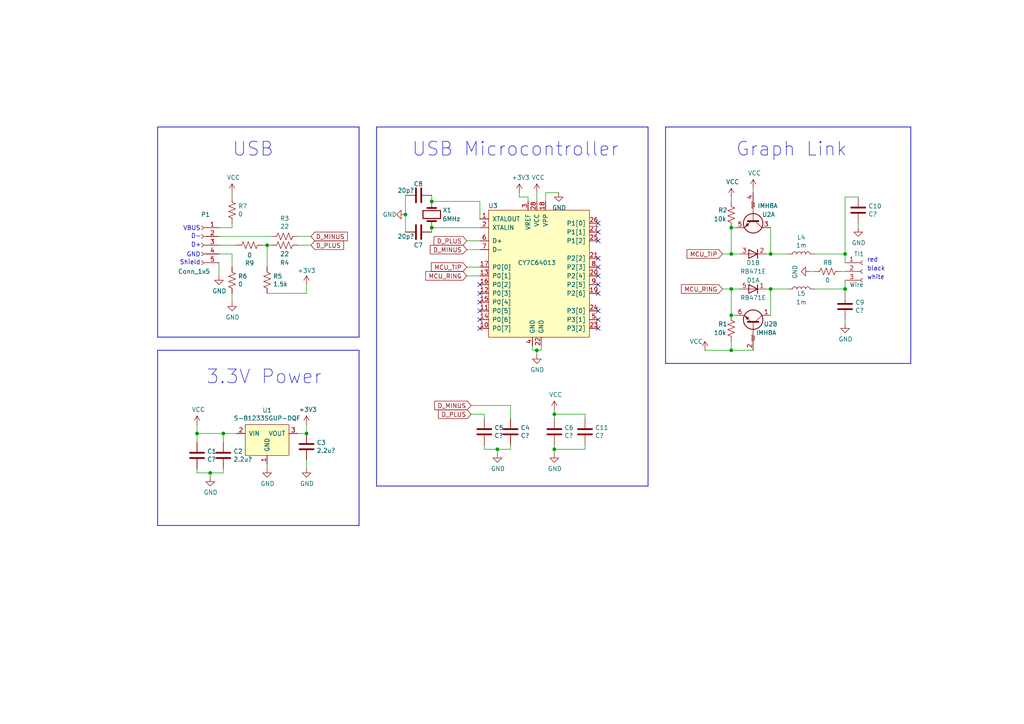
<source format=kicad_sch>
(kicad_sch (version 20230121) (generator eeschema)
  (paper "A4")
  (title_block (title "TI Silver Link \"A\"") (date "2021-03-07") (rev "1"))
  (lib_symbols
    (symbol "Connector:Conn_01x03_Female" (pin_names (offset 1.016) hide)
      (property "Reference" "J" (at 0 5.08 0))
      (property "Value" "Connector_Conn_01x03_Female" (at 0 -5.08 0))
      (symbol "Conn_01x03_Female_1_1"
        (arc (start 0 -2.032) (mid -0.5058 -2.54) (end 0 -3.048) (stroke (width 0.1524)))
        (polyline (pts (xy -1.27 -2.54) (xy -0.508 -2.54)) (stroke (width 0.1524)))
        (polyline (pts (xy -1.27 0) (xy -0.508 0)) (stroke (width 0.1524)))
        (polyline (pts (xy -1.27 2.54) (xy -0.508 2.54)) (stroke (width 0.1524)))
        (arc (start 0 0.508) (mid -0.5058 0) (end 0 -0.508) (stroke (width 0.1524)))
        (arc (start 0 3.048) (mid -0.5058 2.54) (end 0 2.032) (stroke (width 0.1524)))
        (pin passive line (at -5.08 2.54 0) (length 3.81) (name "Pin_1") (number "1"))
        (pin passive line (at -5.08 0 0) (length 3.81) (name "Pin_2") (number "2"))
        (pin passive line (at -5.08 -2.54 0) (length 3.81) (name "Pin_3") (number "3"))
      )
    )
    (symbol "Connector:Conn_01x05_Female" (pin_names (offset 1.016) hide)
      (property "Reference" "J" (at 0 7.62 0))
      (property "Value" "Connector_Conn_01x05_Female" (at 0 -7.62 0))
      (symbol "Conn_01x05_Female_1_1"
        (arc (start 0 -4.572) (mid -0.5058 -5.08) (end 0 -5.588) (stroke (width 0.1524)))
        (arc (start 0 -2.032) (mid -0.5058 -2.54) (end 0 -3.048) (stroke (width 0.1524)))
        (polyline (pts (xy -1.27 -5.08) (xy -0.508 -5.08)) (stroke (width 0.1524)))
        (polyline (pts (xy -1.27 -2.54) (xy -0.508 -2.54)) (stroke (width 0.1524)))
        (polyline (pts (xy -1.27 0) (xy -0.508 0)) (stroke (width 0.1524)))
        (polyline (pts (xy -1.27 2.54) (xy -0.508 2.54)) (stroke (width 0.1524)))
        (polyline (pts (xy -1.27 5.08) (xy -0.508 5.08)) (stroke (width 0.1524)))
        (arc (start 0 0.508) (mid -0.5058 0) (end 0 -0.508) (stroke (width 0.1524)))
        (arc (start 0 3.048) (mid -0.5058 2.54) (end 0 2.032) (stroke (width 0.1524)))
        (arc (start 0 5.588) (mid -0.5058 5.08) (end 0 4.572) (stroke (width 0.1524)))
        (pin passive line (at -5.08 5.08 0) (length 3.81) (name "Pin_1") (number "1"))
        (pin passive line (at -5.08 2.54 0) (length 3.81) (name "Pin_2") (number "2"))
        (pin passive line (at -5.08 0 0) (length 3.81) (name "Pin_3") (number "3"))
        (pin passive line (at -5.08 -2.54 0) (length 3.81) (name "Pin_4") (number "4"))
        (pin passive line (at -5.08 -5.08 0) (length 3.81) (name "Pin_5") (number "5"))
      )
    )
    (symbol "Device:C" (pin_numbers hide) (pin_names (offset 0.254))
      (property "Reference" "C" (at 0.635 2.54 0))
      (property "Value" "C" (at 0.635 -2.54 0))
      (symbol "C_0_1"
        (polyline (pts (xy -2.032 -0.762) (xy 2.032 -0.762)) (stroke (width 0.508)))
        (polyline (pts (xy -2.032 0.762) (xy 2.032 0.762)) (stroke (width 0.508)))
      )
      (symbol "C_1_1"
        (pin passive line (at 0 3.81 270) (length 2.794) (name "~") (number "1"))
        (pin passive line (at 0 -3.81 90) (length 2.794) (name "~") (number "2"))
      )
    )
    (symbol "Device:Crystal" (pin_numbers hide) (pin_names (offset 1.016) hide)
      (property "Reference" "Y" (at 0 3.81 0))
      (property "Value" "Crystal" (at 0 -3.81 0))
      (symbol "Crystal_0_1"
        (rectangle (start -1.143 2.54) (end 1.143 -2.54) (stroke (width 0.3048)))
        (polyline (pts (xy -2.54 0) (xy -1.905 0)))
        (polyline (pts (xy -1.905 -1.27) (xy -1.905 1.27)) (stroke (width 0.508)))
        (polyline (pts (xy 1.905 -1.27) (xy 1.905 1.27)) (stroke (width 0.508)))
        (polyline (pts (xy 2.54 0) (xy 1.905 0)))
      )
      (symbol "Crystal_1_1"
        (pin passive line (at -3.81 0 0) (length 1.27) (name "1") (number "1"))
        (pin passive line (at 3.81 0 180) (length 1.27) (name "2") (number "2"))
      )
    )
    (symbol "Device:IMH8A" (pin_names hide)
      (property "Reference" "U" (at 3.81 1.27 0))
      (property "Value" "Device_IMH8A" (at 3.81 -1.27 0))
      (symbol "IMH8A_0_1"
        (polyline (pts (xy -0.762 0) (xy -4.318 0)))
        (polyline (pts (xy -0.635 1.524) (xy -0.635 -1.524)) (stroke (width 0.508)))
        (polyline (pts (xy -6.35 0) (xy -6.096 -0.508) (xy -5.842 0.508) (xy -5.588 -0.508) (xy -5.334 0.508) (xy -5.08 -0.508) (xy -4.826 0.508) (xy -4.572 -0.508) (xy -4.318 0)))
      )
      (symbol "IMH8A_1_1"
        (polyline (pts (xy -0.635 0.635) (xy 1.27 2.54)))
        (polyline (pts (xy -0.635 -0.635) (xy 1.27 -2.54) (xy 1.27 -2.54)))
        (polyline (pts (xy 0 -1.778) (xy 0.508 -1.27) (xy 1.016 -2.286) (xy 0 -1.778) (xy 0 -1.778)) (fill (type outline)))
        (circle (center 0 0) (radius 2.8194) (stroke (width 0.254)))
        (pin passive line (at 1.27 5.08 270) (length 2.54) (name "C1") (number "3"))
        (pin input line (at -8.89 0 0) (length 2.54) (name "B1") (number "4"))
        (pin passive line (at 1.27 -5.08 90) (length 2.54) (name "E1") (number "5"))
      )
      (symbol "IMH8A_2_1"
        (polyline (pts (xy -0.635 0.635) (xy 1.27 2.54)))
        (polyline (pts (xy -0.635 -0.635) (xy 1.27 -2.54) (xy 1.27 -2.54)))
        (polyline (pts (xy 0 -1.778) (xy 0.508 -1.27) (xy 1.016 -2.286) (xy 0 -1.778) (xy 0 -1.778)) (fill (type outline)))
        (circle (center 0 0) (radius 2.8194) (stroke (width 0.254)))
        (pin passive line (at 1.27 5.08 270) (length 2.54) (name "C1") (number "1"))
        (pin input line (at -8.89 0 0) (length 2.54) (name "B1") (number "2"))
        (pin passive line (at 1.27 -5.08 90) (length 2.54) (name "E1") (number "6"))
      )
    )
    (symbol "Device:L" (pin_numbers hide) (pin_names (offset 1.016) hide)
      (property "Reference" "L" (at -1.27 0 90))
      (property "Value" "L" (at 1.905 0 90))
      (symbol "L_0_1"
        (arc (start 0 -2.54) (mid 0.6323 -1.905) (end 0 -1.27))
        (arc (start 0 -1.27) (mid 0.6323 -0.635) (end 0 0))
        (arc (start 0 0) (mid 0.6323 0.635) (end 0 1.27))
        (arc (start 0 1.27) (mid 0.6323 1.905) (end 0 2.54))
      )
      (symbol "L_1_1"
        (pin passive line (at 0 3.81 270) (length 1.27) (name "1") (number "1"))
        (pin passive line (at 0 -3.81 90) (length 1.27) (name "2") (number "2"))
      )
    )
    (symbol "Device:R_US" (pin_numbers hide) (pin_names (offset 0))
      (property "Reference" "R" (at 2.54 0 90))
      (property "Value" "R_US" (at -2.54 0 90))
      (symbol "R_US_0_1"
        (polyline (pts (xy 0 -2.286) (xy 0 -2.54)))
        (polyline (pts (xy 0 2.286) (xy 0 2.54)))
        (polyline (pts (xy 0 -0.762) (xy 1.016 -1.143) (xy 0 -1.524) (xy -1.016 -1.905) (xy 0 -2.286)))
        (polyline (pts (xy 0 0.762) (xy 1.016 0.381) (xy 0 0) (xy -1.016 -0.381) (xy 0 -0.762)))
        (polyline (pts (xy 0 2.286) (xy 1.016 1.905) (xy 0 1.524) (xy -1.016 1.143) (xy 0 0.762)))
      )
      (symbol "R_US_1_1"
        (pin passive line (at 0 3.81 270) (length 1.27) (name "~") (number "1"))
        (pin passive line (at 0 -3.81 90) (length 1.27) (name "~") (number "2"))
      )
    )
    (symbol "Diode:RB417E" (pin_names (offset 1.016))
      (property "Reference" "D" (at 0 0 0))
      (property "Value" "Diode_RB417E" (at 0 0 0))
      (symbol "RB417E_0_1"
        (polyline (pts (xy -1.27 -3.81) (xy -1.27 -1.27)) (stroke (width 0.254)))
        (polyline (pts (xy -1.27 -2.54) (xy 1.27 -2.54)))
        (polyline (pts (xy -1.27 -2.54) (xy 1.27 -3.81) (xy 1.27 -1.27) (xy -1.27 -2.54)) (stroke (width 0.254)))
      )
      (symbol "RB417E_1_1"
        (pin passive line (at -3.81 -2.54 0) (length 2.54) (name "~") (number "1"))
        (pin passive line (at 3.81 -2.54 180) (length 2.54) (name "~") (number "5"))
      )
      (symbol "RB417E_2_1"
        (pin passive line (at -3.81 -2.54 0) (length 2.54) (name "~") (number "2"))
        (pin passive line (at 3.81 -2.54 180) (length 2.54) (name "~") (number "3"))
      )
    )
    (symbol "Interface_USB:CY7C64013" (pin_names (offset 1.016))
      (property "Reference" "U" (at 0 0 0))
      (property "Value" "Interface_USB_CY7C64013" (at 0 -2.54 0))
      (symbol "CY7C64013_0_1"
        (rectangle (start -13.97 11.43) (end 15.24 -25.4) (fill (type background)))
      )
      (symbol "CY7C64013_1_1"
        (pin output line (at -16.51 8.89 0) (length 2.54) (name "XTALOUT") (number "1"))
        (pin bidirectional line (at -16.51 -22.86 0) (length 2.54) (name "P0[7]") (number "10"))
        (pin bidirectional line (at -16.51 -17.78 0) (length 2.54) (name "P0[5]") (number "11"))
        (pin bidirectional line (at -16.51 -12.7 0) (length 2.54) (name "P0[3]") (number "12"))
        (pin bidirectional line (at -16.51 -7.62 0) (length 2.54) (name "P0[1]") (number "13"))
        (pin bidirectional line (at -16.51 -20.32 0) (length 2.54) (name "P0[6]") (number "14"))
        (pin bidirectional line (at -16.51 -15.24 0) (length 2.54) (name "P0[4]") (number "15"))
        (pin bidirectional line (at -16.51 -10.16 0) (length 2.54) (name "P0[2]") (number "16"))
        (pin bidirectional line (at -16.51 -5.08 0) (length 2.54) (name "P0[0]") (number "17"))
        (pin power_in line (at 2.54 13.97 270) (length 2.54) (name "VPP") (number "18"))
        (pin bidirectional line (at 17.78 -12.7 180) (length 2.54) (name "P2[6]") (number "19"))
        (pin passive line (at -16.51 6.35 0) (length 2.54) (name "XTALIN") (number "2"))
        (pin bidirectional line (at 17.78 -7.62 180) (length 2.54) (name "P2[4]") (number "20"))
        (pin bidirectional line (at 17.78 -2.54 180) (length 2.54) (name "P2[2]") (number "21"))
        (pin power_in line (at 1.27 -27.94 90) (length 2.54) (name "GND") (number "22"))
        (pin bidirectional line (at 17.78 -22.86 180) (length 2.54) (name "P3[2]") (number "23"))
        (pin bidirectional line (at 17.78 -17.78 180) (length 2.54) (name "P3[0]") (number "24"))
        (pin bidirectional line (at 17.78 2.54 180) (length 2.54) (name "P1[2]") (number "25"))
        (pin bidirectional line (at 17.78 7.62 180) (length 2.54) (name "P1[0]") (number "26"))
        (pin bidirectional line (at 17.78 5.08 180) (length 2.54) (name "P1[1]") (number "27"))
        (pin power_in line (at 0 13.97 270) (length 2.54) (name "VCC") (number "28"))
        (pin power_in line (at -2.54 13.97 270) (length 2.54) (name "VREF") (number "3"))
        (pin power_in line (at -1.27 -27.94 90) (length 2.54) (name "GND") (number "4"))
        (pin bidirectional line (at 17.78 -20.32 180) (length 2.54) (name "P3[1]") (number "5"))
        (pin bidirectional line (at -16.51 2.54 0) (length 2.54) (name "D+") (number "6"))
        (pin bidirectional line (at -16.51 0 0) (length 2.54) (name "D-") (number "7"))
        (pin bidirectional line (at 17.78 -5.08 180) (length 2.54) (name "P2[3]") (number "8"))
        (pin bidirectional line (at 17.78 -10.16 180) (length 2.54) (name "P2[5]") (number "9"))
      )
    )
    (symbol "Regulator_Linear:S-812XXSG" (pin_names (offset 1.016))
      (property "Reference" "U" (at -5.08 8.89 0))
      (property "Value" "Regulator_Linear_S-812XXSG" (at 0 6.35 0))
      (symbol "S-812XXSG_0_1"
        (rectangle (start -6.35 -3.81) (end 6.35 5.08) (fill (type background)))
      )
      (symbol "S-812XXSG_1_1"
        (pin power_in line (at 0 -6.35 90) (length 2.54) (name "GND") (number "1"))
        (pin power_in line (at -8.89 2.54 0) (length 2.54) (name "VIN") (number "2"))
        (pin power_out line (at 8.89 2.54 180) (length 2.54) (name "VOUT") (number "3"))
      )
    )
    (symbol "power:+3V3" (power) (pin_names (offset 0))
      (property "Value" "+3V3" (at 0 3.556 0))
      (symbol "+3V3_0_1"
        (polyline (pts (xy -0.762 1.27) (xy 0 2.54)))
        (polyline (pts (xy 0 0) (xy 0 2.54)))
        (polyline (pts (xy 0 2.54) (xy 0.762 1.27)))
      )
      (symbol "+3V3_1_1"
        (pin power_in line (at 0 0 90) (length 0) hide (name "+3V3") (number "1"))
      )
    )
    (symbol "power:GND" (power) (pin_names (offset 0))
      (property "Value" "GND" (at 0 -3.81 0))
      (symbol "GND_0_1"
        (polyline (pts (xy 0 0) (xy 0 -1.27) (xy 1.27 -1.27) (xy 0 -2.54) (xy -1.27 -1.27) (xy 0 -1.27)))
      )
      (symbol "GND_1_1"
        (pin power_in line (at 0 0 270) (length 0) hide (name "GND") (number "1"))
      )
    )
    (symbol "power:VCC" (power) (pin_names (offset 0))
      (property "Value" "VCC" (at 0 3.81 0))
      (symbol "VCC_0_1"
        (polyline (pts (xy -0.762 1.27) (xy 0 2.54)))
        (polyline (pts (xy 0 0) (xy 0 2.54)))
        (polyline (pts (xy 0 2.54) (xy 0.762 1.27)))
      )
      (symbol "VCC_1_1"
        (pin power_in line (at 0 0 90) (length 0) hide (name "VCC") (number "1"))
      )
    )
  )
  (junction (at 212.09 66.04))
  (junction (at 88.9 125.73))
  (junction (at 245.11 83.82))
  (junction (at 160.782 120.142))
  (junction (at 125.222 58.42))
  (junction (at 117.602 62.23))
  (junction (at 212.09 73.66))
  (junction (at 60.96 137.16))
  (junction (at 125.222 66.04))
  (junction (at 144.272 130.302))
  (junction (at 160.782 130.302))
  (junction (at 212.09 83.82))
  (junction (at 245.11 73.66))
  (junction (at 223.52 83.82))
  (junction (at 212.09 91.44))
  (junction (at 212.09 101.6))
  (junction (at 155.702 101.6))
  (junction (at 57.15 125.73))
  (junction (at 64.77 125.73))
  (junction (at 223.52 73.66))
  (junction (at 77.47 71.12))
  (no_connect (at 173.482 69.85))
  (no_connect (at 139.192 92.71))
  (no_connect (at 173.482 80.01))
  (no_connect (at 173.482 82.55))
  (no_connect (at 139.192 82.55))
  (no_connect (at 139.192 87.63))
  (no_connect (at 173.482 64.77))
  (no_connect (at 139.192 90.17))
  (no_connect (at 173.482 74.93))
  (no_connect (at 139.192 95.25))
  (no_connect (at 173.482 85.09))
  (no_connect (at 173.482 67.31))
  (no_connect (at 173.482 90.17))
  (no_connect (at 173.482 77.47))
  (no_connect (at 173.482 92.71))
  (no_connect (at 139.192 85.09))
  (no_connect (at 173.482 95.25))
  (polyline (pts (xy 187.96 36.83) (xy 187.96 140.97)) (stroke (width 0.2032) (type solid)))
  (wire (pts (xy 209.55 83.82) (xy 212.09 83.82)))
  (wire (pts (xy 156.972 100.33) (xy 156.972 101.6)))
  (polyline (pts (xy 104.14 97.79) (xy 104.14 36.83)) (stroke (width 0.2032) (type solid)))
  (polyline (pts (xy 264.16 36.83) (xy 193.04 36.83)) (stroke (width 0.2032) (type solid)))
  (wire (pts (xy 236.22 78.74) (xy 234.95 78.74)))
  (wire (pts (xy 155.702 101.6) (xy 155.702 102.87)))
  (wire (pts (xy 169.672 130.302) (xy 169.672 129.032)))
  (wire (pts (xy 212.09 73.66) (xy 214.63 73.66)))
  (wire (pts (xy 245.11 83.82) (xy 236.22 83.82)))
  (wire (pts (xy 77.47 71.12) (xy 77.47 77.47)))
  (wire (pts (xy 218.44 54.61) (xy 218.44 55.88)))
  (wire (pts (xy 77.47 71.12) (xy 78.74 71.12)))
  (wire (pts (xy 169.672 120.142) (xy 169.672 121.412)))
  (wire (pts (xy 140.462 129.032) (xy 140.462 130.302)))
  (wire (pts (xy 158.242 58.42) (xy 158.242 55.88)))
  (wire (pts (xy 136.652 117.602) (xy 148.082 117.602)))
  (wire (pts (xy 64.77 128.27) (xy 64.77 125.73)))
  (wire (pts (xy 212.09 66.04) (xy 212.09 73.66)))
  (polyline (pts (xy 264.16 36.83) (xy 264.16 105.41)) (stroke (width 0.2032) (type solid)))
  (wire (pts (xy 245.11 76.2) (xy 245.11 73.66)))
  (wire (pts (xy 60.96 137.16) (xy 60.96 138.43)))
  (wire (pts (xy 57.15 125.73) (xy 57.15 123.19)))
  (polyline (pts (xy 104.14 152.4) (xy 45.72 152.4)) (stroke (width 0.2032) (type solid)))
  (polyline (pts (xy 45.72 97.79) (xy 104.14 97.79)) (stroke (width 0.2032) (type solid)))
  (wire (pts (xy 245.11 85.09) (xy 245.11 83.82)))
  (wire (pts (xy 245.11 81.28) (xy 245.11 83.82)))
  (wire (pts (xy 135.382 77.47) (xy 139.192 77.47)))
  (wire (pts (xy 212.09 91.44) (xy 212.09 83.82)))
  (wire (pts (xy 125.222 67.31) (xy 125.222 66.04)))
  (wire (pts (xy 135.382 69.85) (xy 139.192 69.85)))
  (wire (pts (xy 236.22 73.66) (xy 245.11 73.66)))
  (wire (pts (xy 154.432 100.33) (xy 154.432 101.6)))
  (wire (pts (xy 160.782 130.302) (xy 160.782 129.032)))
  (wire (pts (xy 77.47 85.09) (xy 88.9 85.09)))
  (wire (pts (xy 117.602 67.31) (xy 117.602 62.23)))
  (wire (pts (xy 212.09 58.42) (xy 212.09 57.15)))
  (wire (pts (xy 148.082 117.602) (xy 148.082 121.412)))
  (wire (pts (xy 64.77 137.16) (xy 64.77 135.89)))
  (wire (pts (xy 67.31 57.15) (xy 67.31 55.88)))
  (wire (pts (xy 139.192 58.42) (xy 139.192 63.5)))
  (wire (pts (xy 76.2 71.12) (xy 77.47 71.12)))
  (wire (pts (xy 212.09 101.6) (xy 218.44 101.6)))
  (wire (pts (xy 86.36 71.12) (xy 90.17 71.12)))
  (wire (pts (xy 213.36 91.44) (xy 212.09 91.44)))
  (wire (pts (xy 140.462 120.142) (xy 140.462 121.412)))
  (wire (pts (xy 86.36 68.58) (xy 90.17 68.58)))
  (polyline (pts (xy 45.72 101.6) (xy 45.72 152.4)) (stroke (width 0.2032) (type solid)))
  (polyline (pts (xy 109.22 36.83) (xy 187.96 36.83)) (stroke (width 0.2032) (type solid)))
  (wire (pts (xy 156.972 101.6) (xy 155.702 101.6)))
  (wire (pts (xy 140.462 130.302) (xy 144.272 130.302)))
  (wire (pts (xy 245.11 78.74) (xy 243.84 78.74)))
  (wire (pts (xy 160.782 130.302) (xy 169.672 130.302)))
  (wire (pts (xy 125.222 58.42) (xy 139.192 58.42)))
  (wire (pts (xy 248.92 66.04) (xy 248.92 64.77)))
  (wire (pts (xy 245.11 57.15) (xy 245.11 73.66)))
  (wire (pts (xy 63.5 66.04) (xy 67.31 66.04)))
  (wire (pts (xy 67.31 85.09) (xy 67.31 87.63)))
  (wire (pts (xy 213.36 66.04) (xy 212.09 66.04)))
  (wire (pts (xy 117.602 62.23) (xy 117.602 56.642)))
  (wire (pts (xy 88.9 125.73) (xy 88.9 123.19)))
  (wire (pts (xy 63.5 73.66) (xy 67.31 73.66)))
  (wire (pts (xy 57.15 135.89) (xy 57.15 137.16)))
  (wire (pts (xy 155.702 58.42) (xy 155.702 55.88)))
  (wire (pts (xy 77.47 134.62) (xy 77.47 135.89)))
  (polyline (pts (xy 45.72 36.83) (xy 45.72 97.79)) (stroke (width 0.2032) (type solid)))
  (wire (pts (xy 67.31 73.66) (xy 67.31 77.47)))
  (wire (pts (xy 160.782 118.872) (xy 160.782 120.142)))
  (wire (pts (xy 248.92 57.15) (xy 245.11 57.15)))
  (wire (pts (xy 212.09 99.06) (xy 212.09 101.6)))
  (wire (pts (xy 158.242 55.88) (xy 162.052 55.88)))
  (wire (pts (xy 223.52 91.44) (xy 223.52 83.82)))
  (wire (pts (xy 67.31 64.77) (xy 67.31 66.04)))
  (wire (pts (xy 160.782 120.142) (xy 160.782 121.412)))
  (wire (pts (xy 148.082 130.302) (xy 144.272 130.302)))
  (wire (pts (xy 63.5 68.58) (xy 78.74 68.58)))
  (wire (pts (xy 125.222 58.42) (xy 125.222 56.642)))
  (wire (pts (xy 245.11 92.71) (xy 245.11 93.98)))
  (wire (pts (xy 88.9 133.35) (xy 88.9 135.89)))
  (wire (pts (xy 64.77 125.73) (xy 68.58 125.73)))
  (wire (pts (xy 136.652 120.142) (xy 140.462 120.142)))
  (wire (pts (xy 160.782 120.142) (xy 169.672 120.142)))
  (polyline (pts (xy 45.72 101.6) (xy 104.14 101.6)) (stroke (width 0.2032) (type solid)))
  (wire (pts (xy 223.52 73.66) (xy 228.6 73.66)))
  (wire (pts (xy 223.52 66.04) (xy 223.52 73.66)))
  (wire (pts (xy 160.782 131.572) (xy 160.782 130.302)))
  (wire (pts (xy 148.082 129.032) (xy 148.082 130.302)))
  (polyline (pts (xy 193.04 36.83) (xy 193.04 105.41)) (stroke (width 0.2032) (type solid)))
  (wire (pts (xy 57.15 125.73) (xy 64.77 125.73)))
  (wire (pts (xy 222.25 73.66) (xy 223.52 73.66)))
  (wire (pts (xy 212.09 101.6) (xy 204.47 101.6)))
  (wire (pts (xy 63.5 71.12) (xy 68.58 71.12)))
  (wire (pts (xy 222.25 83.82) (xy 223.52 83.82)))
  (polyline (pts (xy 187.96 140.97) (xy 109.22 140.97)) (stroke (width 0.2032) (type solid)))
  (wire (pts (xy 150.622 57.15) (xy 150.622 55.88)))
  (wire (pts (xy 209.55 73.66) (xy 212.09 73.66)))
  (wire (pts (xy 212.09 83.82) (xy 214.63 83.82)))
  (polyline (pts (xy 104.14 101.6) (xy 104.14 152.4)) (stroke (width 0.2032) (type solid)))
  (wire (pts (xy 135.382 80.01) (xy 139.192 80.01)))
  (wire (pts (xy 153.162 57.15) (xy 150.622 57.15)))
  (wire (pts (xy 57.15 137.16) (xy 60.96 137.16)))
  (polyline (pts (xy 104.14 36.83) (xy 45.72 36.83)) (stroke (width 0.2032) (type solid)))
  (wire (pts (xy 223.52 83.82) (xy 228.6 83.82)))
  (wire (pts (xy 144.272 130.302) (xy 144.272 131.572)))
  (wire (pts (xy 153.162 58.42) (xy 153.162 57.15)))
  (wire (pts (xy 88.9 85.09) (xy 88.9 82.55)))
  (wire (pts (xy 154.432 101.6) (xy 155.702 101.6)))
  (wire (pts (xy 86.36 125.73) (xy 88.9 125.73)))
  (wire (pts (xy 57.15 125.73) (xy 57.15 128.27)))
  (wire (pts (xy 125.222 66.04) (xy 139.192 66.04)))
  (polyline (pts (xy 264.16 105.41) (xy 193.04 105.41)) (stroke (width 0.2032) (type solid)))
  (wire (pts (xy 60.96 137.16) (xy 64.77 137.16)))
  (wire (pts (xy 63.5 76.2) (xy 63.5 80.01)))
  (wire (pts (xy 139.192 72.39) (xy 135.382 72.39)))
  (polyline (pts (xy 109.22 140.97) (xy 109.22 36.83)) (stroke (width 0.2032) (type solid)))
  (text "black" (at 251.46 78.74 0) (effects (font (size 1.27 1.27)) (justify left bottom)))
  (text "Graph Link\n" (at 213.36 45.72 0) (effects (font (size 3.9878 3.9878)) (justify left bottom)))
  (text "D+" (at 55.372 71.882 0) (effects (font (size 1.27 1.27)) (justify left bottom)))
  (text "3.3V Power\n" (at 59.69 111.76 0) (effects (font (size 3.9878 3.9878)) (justify left bottom)))
  (text "GND" (at 58.166 74.676 0) (effects (font (size 1.27 1.27)) (justify right bottom)))
  (text "USB Microcontroller\n" (at 119.38 45.72 0) (effects (font (size 3.9878 3.9878)) (justify left bottom)))
  (text "USB" (at 67.31 45.72 0) (effects (font (size 3.9878 3.9878)) (justify left bottom)))
  (text "red" (at 251.46 76.2 0) (effects (font (size 1.27 1.27)) (justify left bottom)))
  (text "Shield" (at 58.166 76.962 0) (effects (font (size 1.27 1.27)) (justify right bottom)))
  (text "white" (at 251.46 81.28 0) (effects (font (size 1.27 1.27)) (justify left bottom)))
  (text "D-" (at 55.372 69.342 0) (effects (font (size 1.27 1.27)) (justify left bottom)))
  (text "VBUS" (at 58.166 67.056 0) (effects (font (size 1.27 1.27)) (justify right bottom)))
  (global_label "D_MINUS" (shape input) (at 136.652 117.602 180) (property "Intersheetrefs" "${INTERSHEET_REFS}" (effects hide)))
  (global_label "MCU_RING" (shape input) (at 209.55 83.82 180) (property "Intersheetrefs" "${INTERSHEET_REFS}" (effects hide)))
  (global_label "D_MINUS" (shape input) (at 90.17 68.58 0) (property "Intersheetrefs" "${INTERSHEET_REFS}" (effects hide)))
  (global_label "MCU_TIP" (shape input) (at 135.382 77.47 180) (property "Intersheetrefs" "${INTERSHEET_REFS}" (effects hide)))
  (global_label "MCU_RING" (shape input) (at 135.382 80.01 180) (property "Intersheetrefs" "${INTERSHEET_REFS}" (effects hide)))
  (global_label "D_PLUS" (shape input) (at 136.652 120.142 180) (property "Intersheetrefs" "${INTERSHEET_REFS}" (effects hide)))
  (global_label "MCU_TIP" (shape input) (at 209.55 73.66 180) (property "Intersheetrefs" "${INTERSHEET_REFS}" (effects hide)))
  (global_label "D_PLUS" (shape input) (at 135.382 69.85 180) (property "Intersheetrefs" "${INTERSHEET_REFS}" (effects hide)))
  (global_label "D_MINUS" (shape input) (at 135.382 72.39 180) (property "Intersheetrefs" "${INTERSHEET_REFS}" (effects hide)))
  (global_label "D_PLUS" (shape input) (at 90.17 71.12 0) (property "Intersheetrefs" "${INTERSHEET_REFS}" (effects hide)))
  (symbol (lib_id "power:GND") (at 155.702 102.87 0) (unit 1)
    (property "Reference" "#PWR0101" (effects hide))
    (property "Value" "GND" (at 155.829 107.2642 0))
  )
  (symbol (lib_id "Interface_USB:CY7C64013") (at 155.702 72.39 0) (unit 1)
    (property "Reference" "U3" (at 143.002 59.69 0))
    (property "Value" "CY7C64013" (at 155.702 76.2 0))
  )
  (symbol (lib_id "Connector:Conn_01x05_Female") (at 58.42 71.12 0) (mirror y) (unit 1)
    (property "Reference" "P1" (at 60.96 62.23 0) (effects (justify left)))
    (property "Value" "Conn_1x5" (at 60.96 78.74 0) (effects (justify left)))
  )
  (symbol (lib_id "Device:R_US") (at 67.31 60.96 0) (unit 1)
    (property "Reference" "R7" (at 69.0372 59.7916 0) (effects (justify left)))
    (property "Value" "0" (at 69.0372 62.103 0) (effects (justify left)))
  )
  (symbol (lib_id "power:VCC") (at 67.31 55.88 0) (unit 1)
    (property "Reference" "#PWR0102" (effects hide))
    (property "Value" "VCC" (at 67.691 51.4858 0))
  )
  (symbol (lib_id "Device:R_US") (at 67.31 81.28 0) (unit 1)
    (property "Reference" "R6" (at 69.0372 80.1116 0) (effects (justify left)))
    (property "Value" "0" (at 69.0372 82.423 0) (effects (justify left)))
  )
  (symbol (lib_id "Device:IMH8A") (at 218.44 64.77 270) (unit 1)
    (property "Reference" "U2" (at 220.98 62.23 90) (effects (justify left)))
    (property "Value" "IMH8A" (at 219.71 59.69 90) (effects (justify left)))
  )
  (symbol (lib_id "power:GND") (at 67.31 87.63 0) (unit 1)
    (property "Reference" "#PWR0103" (effects hide))
    (property "Value" "GND" (at 67.437 92.0242 0))
  )
  (symbol (lib_id "Device:IMH8A") (at 218.44 92.71 270) (mirror x) (unit 2)
    (property "Reference" "U2" (at 223.52 93.98 90))
    (property "Value" "IMH8A" (at 222.25 96.52 90))
  )
  (symbol (lib_id "power:GND") (at 60.96 138.43 0) (unit 1)
    (property "Reference" "#PWR0104" (effects hide))
    (property "Value" "GND" (at 61.087 142.8242 0))
  )
  (symbol (lib_id "Device:C") (at 57.15 132.08 0) (unit 1)
    (property "Reference" "C1" (at 60.071 130.9116 0) (effects (justify left)))
    (property "Value" "C?" (at 60.071 133.223 0) (effects (justify left)))
  )
  (symbol (lib_id "Device:C") (at 64.77 132.08 0) (unit 1)
    (property "Reference" "C2" (at 67.691 130.9116 0) (effects (justify left)))
    (property "Value" "2.2u?" (at 67.691 133.223 0) (effects (justify left)))
  )
  (symbol (lib_id "Device:R_US") (at 82.55 68.58 270) (unit 1)
    (property "Reference" "R3" (at 82.55 63.373 90))
    (property "Value" "22" (at 82.55 65.6844 90))
  )
  (symbol (lib_id "Device:R_US") (at 77.47 81.28 0) (unit 1)
    (property "Reference" "R5" (at 79.1972 80.1116 0) (effects (justify left)))
    (property "Value" "1.5k" (at 79.1972 82.423 0) (effects (justify left)))
  )
  (symbol (lib_id "Device:R_US") (at 72.39 71.12 90) (unit 1)
    (property "Reference" "R9" (at 72.39 76.327 90))
    (property "Value" "0" (at 72.39 74.0156 90))
  )
  (symbol (lib_id "Device:R_US") (at 82.55 71.12 270) (unit 1)
    (property "Reference" "R4" (at 82.55 76.2 90))
    (property "Value" "22" (at 82.55 73.66 90))
  )
  (symbol (lib_id "Device:C") (at 88.9 129.54 0) (unit 1)
    (property "Reference" "C3" (at 91.821 128.3716 0) (effects (justify left)))
    (property "Value" "2.2u?" (at 91.821 130.683 0) (effects (justify left)))
  )
  (symbol (lib_id "power:GND") (at 88.9 135.89 0) (unit 1)
    (property "Reference" "#PWR0105" (effects hide))
    (property "Value" "GND" (at 89.027 140.2842 0))
  )
  (symbol (lib_id "Regulator_Linear:S-812XXSG") (at 77.47 128.27 0) (unit 1)
    (property "Reference" "U1" (at 77.47 118.999 0))
    (property "Value" "S-81233SGUP-DQF" (at 77.47 121.3104 0))
  )
  (symbol (lib_id "power:GND") (at 77.47 135.89 0) (unit 1)
    (property "Reference" "#PWR0106" (effects hide))
    (property "Value" "GND" (at 77.597 140.2842 0))
  )
  (symbol (lib_id "power:VCC") (at 57.15 123.19 0) (unit 1)
    (property "Reference" "#PWR0107" (effects hide))
    (property "Value" "VCC" (at 57.531 118.7958 0))
  )
  (symbol (lib_id "power:+3V3") (at 88.9 123.19 0) (unit 1)
    (property "Reference" "#PWR0108" (effects hide))
    (property "Value" "+3V3" (at 89.281 118.7958 0))
  )
  (symbol (lib_id "power:+3V3") (at 88.9 82.55 0) (unit 1)
    (property "Reference" "#PWR0109" (effects hide))
    (property "Value" "+3V3" (at 88.9 78.486 0))
  )
  (symbol (lib_id "Device:Crystal") (at 125.222 62.23 90) (unit 1)
    (property "Reference" "X1" (at 129.667 60.96 90))
    (property "Value" "6MHz" (at 130.937 63.5 90))
  )
  (symbol (lib_id "power:GND") (at 162.052 55.88 0) (unit 1)
    (property "Reference" "#PWR0110" (effects hide))
    (property "Value" "GND" (at 162.179 60.2742 0))
  )
  (symbol (lib_id "power:VCC") (at 155.702 55.88 0) (unit 1)
    (property "Reference" "#PWR0111" (effects hide))
    (property "Value" "VCC" (at 156.083 51.4858 0))
  )
  (symbol (lib_id "power:+3V3") (at 150.622 55.88 0) (unit 1)
    (property "Reference" "#PWR0112" (effects hide))
    (property "Value" "+3V3" (at 151.003 51.4858 0))
  )
  (symbol (lib_id "Device:C") (at 121.412 56.642 90) (unit 1)
    (property "Reference" "C8" (at 122.682 53.34 90) (effects (justify left)))
    (property "Value" "20p?" (at 120.142 55.245 90) (effects (justify left)))
  )
  (symbol (lib_id "Device:C") (at 121.412 67.31 90) (unit 1)
    (property "Reference" "C7" (at 122.682 71.12 90) (effects (justify left)))
    (property "Value" "20p?" (at 120.142 68.58 90) (effects (justify left)))
  )
  (symbol (lib_id "power:GND") (at 117.602 62.23 270) (unit 1)
    (property "Reference" "#PWR0113" (effects hide))
    (property "Value" "GND" (at 113.03 62.23 90))
  )
  (symbol (lib_id "Diode:RB417E") (at 218.44 86.36 180) (unit 1)
    (property "Reference" "D1" (at 218.44 81.28 0))
    (property "Value" "RB471E" (at 218.44 86.36 0))
  )
  (symbol (lib_id "Diode:RB417E") (at 218.44 76.2 180) (unit 2)
    (property "Reference" "D1" (at 218.44 76.2 0))
    (property "Value" "RB471E" (at 218.44 78.74 0))
  )
  (symbol (lib_id "Device:C") (at 148.082 125.222 0) (unit 1)
    (property "Reference" "C4" (at 151.003 124.0536 0) (effects (justify left)))
    (property "Value" "C?" (at 151.003 126.365 0) (effects (justify left)))
  )
  (symbol (lib_id "Device:C") (at 140.462 125.222 0) (unit 1)
    (property "Reference" "C5" (at 143.383 124.0536 0) (effects (justify left)))
    (property "Value" "C?" (at 143.383 126.365 0) (effects (justify left)))
  )
  (symbol (lib_id "power:GND") (at 144.272 131.572 0) (unit 1)
    (property "Reference" "#PWR0115" (effects hide))
    (property "Value" "GND" (at 144.399 135.9662 0))
  )
  (symbol (lib_id "Connector:Conn_01x03_Female") (at 250.19 78.74 0) (unit 1)
    (property "Reference" "TI1" (at 247.65 73.66 0) (effects (justify left)))
    (property "Value" "Wire" (at 246.38 82.55 0) (effects (justify left)))
  )
  (symbol (lib_id "Device:C") (at 248.92 60.96 0) (unit 1)
    (property "Reference" "C10" (at 251.841 59.7916 0) (effects (justify left)))
    (property "Value" "C?" (at 251.841 62.103 0) (effects (justify left)))
  )
  (symbol (lib_id "Device:C") (at 245.11 88.9 0) (unit 1)
    (property "Reference" "C9" (at 248.031 87.7316 0) (effects (justify left)))
    (property "Value" "C?" (at 248.031 90.043 0) (effects (justify left)))
  )
  (symbol (lib_id "Device:R_US") (at 240.03 78.74 270) (unit 1)
    (property "Reference" "R8" (at 240.03 76.2 90))
    (property "Value" "0" (at 240.03 81.28 90))
  )
  (symbol (lib_id "power:GND") (at 245.11 93.98 0) (unit 1)
    (property "Reference" "#PWR0116" (effects hide))
    (property "Value" "GND" (at 245.237 98.3742 0))
  )
  (symbol (lib_id "power:GND") (at 234.95 78.74 270) (unit 1)
    (property "Reference" "#PWR0117" (effects hide))
    (property "Value" "GND" (at 230.5558 78.867 0))
  )
  (symbol (lib_id "power:GND") (at 248.92 66.04 0) (unit 1)
    (property "Reference" "#PWR0118" (effects hide))
    (property "Value" "GND" (at 249.047 70.4342 0))
  )
  (symbol (lib_id "Device:L") (at 232.41 73.66 90) (unit 1)
    (property "Reference" "L4" (at 232.41 68.834 90))
    (property "Value" "1m" (at 232.41 71.1454 90))
  )
  (symbol (lib_id "Device:L") (at 232.41 83.82 90) (unit 1)
    (property "Reference" "L5" (at 232.41 85.09 90))
    (property "Value" "1m" (at 232.41 87.63 90))
  )
  (symbol (lib_id "Device:C") (at 160.782 125.222 0) (unit 1)
    (property "Reference" "C6" (at 163.703 124.0536 0) (effects (justify left)))
    (property "Value" "C?" (at 163.703 126.365 0) (effects (justify left)))
  )
  (symbol (lib_id "power:GND") (at 160.782 131.572 0) (unit 1)
    (property "Reference" "#PWR0119" (effects hide))
    (property "Value" "GND" (at 160.909 135.9662 0))
  )
  (symbol (lib_id "power:VCC") (at 160.782 118.872 0) (unit 1)
    (property "Reference" "#PWR0120" (effects hide))
    (property "Value" "VCC" (at 161.163 114.4778 0))
  )
  (symbol (lib_id "Device:C") (at 169.672 125.222 0) (unit 1)
    (property "Reference" "C11" (at 172.593 124.0536 0) (effects (justify left)))
    (property "Value" "C?" (at 172.593 126.365 0) (effects (justify left)))
  )
  (symbol (lib_id "power:VCC") (at 218.44 54.61 0) (unit 1)
    (property "Reference" "#PWR0123" (effects hide))
    (property "Value" "VCC" (at 218.821 50.2158 0))
  )
  (symbol (lib_id "power:GND") (at 63.5 80.01 0) (unit 1)
    (property "Reference" "#PWR0124" (effects hide))
    (property "Value" "GND" (at 63.627 84.4042 0))
  )
  (symbol (lib_id "Device:R_US") (at 212.09 95.25 0) (unit 1)
    (property "Reference" "R1" (at 208.28 93.98 0) (effects (justify left)))
    (property "Value" "10k" (at 207.01 96.52 0) (effects (justify left)))
  )
  (symbol (lib_id "Device:R_US") (at 212.09 62.23 0) (unit 1)
    (property "Reference" "R2" (at 208.28 60.96 0) (effects (justify left)))
    (property "Value" "10k" (at 207.01 63.5 0) (effects (justify left)))
  )
  (symbol (lib_id "power:VCC") (at 212.09 57.15 0) (unit 1)
    (property "Reference" "#PWR0121" (effects hide))
    (property "Value" "VCC" (at 212.471 52.7558 0))
  )
  (symbol (lib_id "power:VCC") (at 204.47 101.6 0) (unit 1)
    (property "Reference" "#PWR0122" (effects hide))
    (property "Value" "VCC" (at 201.93 99.06 0))
  )
)
</source>
